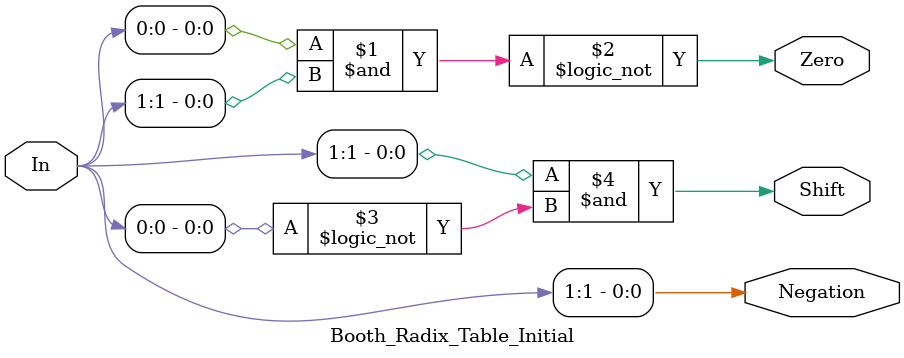
<source format=v>
`timescale 1ns/1ns
module Booth_Radix_Table_Initial (
    input [1:0]In,
    output wire Shift,
    Negation,Zero
);
assign Zero = !(In[0]&In[1]);
assign Negation = In[1];
assign Shift= In[1]&!In[0];
endmodule //Booth_Radix_Table_Initial
</source>
